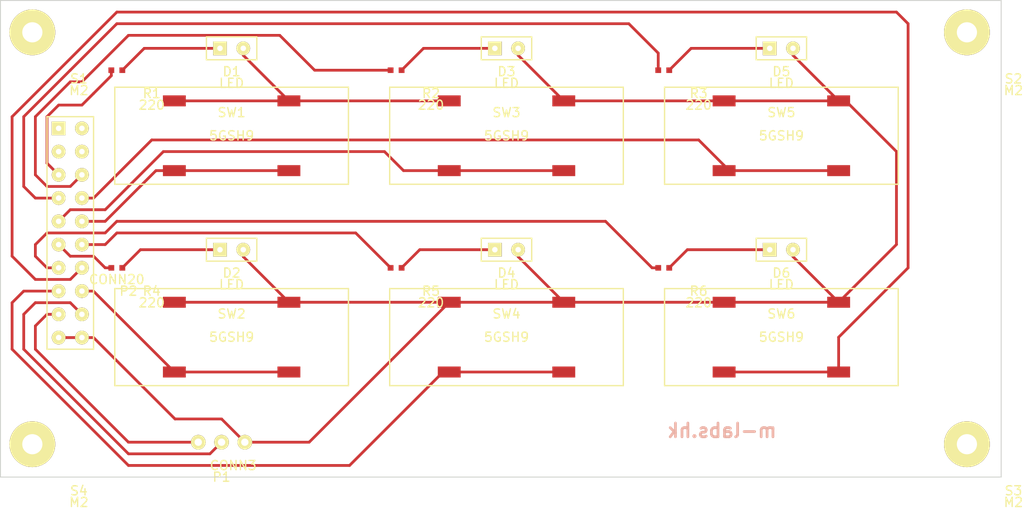
<source format=kicad_pcb>
(kicad_pcb (version 3) (host pcbnew "(2013-may-18)-stable")

  (general
    (links 46)
    (no_connects 1)
    (area 96.469999 96.469999 208.566111 152.225)
    (thickness 1.6)
    (drawings 5)
    (tracks 137)
    (zones 0)
    (modules 24)
    (nets 22)
  )

  (page A3)
  (layers
    (15 F.Cu signal)
    (0 B.Cu signal)
    (16 B.Adhes user)
    (17 F.Adhes user)
    (18 B.Paste user)
    (19 F.Paste user)
    (20 B.SilkS user)
    (21 F.SilkS user)
    (22 B.Mask user)
    (23 F.Mask user)
    (24 Dwgs.User user)
    (25 Cmts.User user)
    (26 Eco1.User user)
    (27 Eco2.User user)
    (28 Edge.Cuts user)
  )

  (setup
    (last_trace_width 0.3)
    (trace_clearance 0.3)
    (zone_clearance 0.508)
    (zone_45_only no)
    (trace_min 0.254)
    (segment_width 0.2)
    (edge_width 0.1)
    (via_size 0.889)
    (via_drill 0.635)
    (via_min_size 0.889)
    (via_min_drill 0.508)
    (uvia_size 0.508)
    (uvia_drill 0.127)
    (uvias_allowed no)
    (uvia_min_size 0.508)
    (uvia_min_drill 0.127)
    (pcb_text_width 0.3)
    (pcb_text_size 1.5 1.5)
    (mod_edge_width 0.15)
    (mod_text_size 1 1)
    (mod_text_width 0.15)
    (pad_size 0.635 0.61)
    (pad_drill 0)
    (pad_to_mask_clearance 0)
    (aux_axis_origin 0 0)
    (visible_elements FFFFFFBF)
    (pcbplotparams
      (layerselection 3178497)
      (usegerberextensions true)
      (excludeedgelayer true)
      (linewidth 0.150000)
      (plotframeref false)
      (viasonmask false)
      (mode 1)
      (useauxorigin false)
      (hpglpennumber 1)
      (hpglpenspeed 20)
      (hpglpendiameter 15)
      (hpglpenoverlay 2)
      (psnegative false)
      (psa4output false)
      (plotreference true)
      (plotvalue true)
      (plotothertext true)
      (plotinvisibletext false)
      (padsonsilk false)
      (subtractmaskfromsilk false)
      (outputformat 1)
      (mirror false)
      (drillshape 1)
      (scaleselection 1)
      (outputdirectory ""))
  )

  (net 0 "")
  (net 1 N-000001)
  (net 2 N-0000014)
  (net 3 N-0000015)
  (net 4 N-0000016)
  (net 5 N-0000017)
  (net 6 N-0000018)
  (net 7 N-0000019)
  (net 8 N-000002)
  (net 9 N-0000020)
  (net 10 N-0000021)
  (net 11 N-0000022)
  (net 12 N-0000023)
  (net 13 N-0000024)
  (net 14 N-0000025)
  (net 15 N-0000026)
  (net 16 N-0000027)
  (net 17 N-0000028)
  (net 18 N-0000029)
  (net 19 N-000003)
  (net 20 N-000004)
  (net 21 N-000005)

  (net_class Default "This is the default net class."
    (clearance 0.3)
    (trace_width 0.3)
    (via_dia 0.889)
    (via_drill 0.635)
    (uvia_dia 0.508)
    (uvia_drill 0.127)
    (add_net "")
    (add_net N-000001)
    (add_net N-0000014)
    (add_net N-0000015)
    (add_net N-0000016)
    (add_net N-0000017)
    (add_net N-0000018)
    (add_net N-0000019)
    (add_net N-000002)
    (add_net N-0000020)
    (add_net N-0000021)
    (add_net N-0000022)
    (add_net N-0000023)
    (add_net N-0000024)
    (add_net N-0000025)
    (add_net N-0000026)
    (add_net N-0000027)
    (add_net N-0000028)
    (add_net N-0000029)
    (add_net N-000003)
    (add_net N-000004)
    (add_net N-000005)
  )

  (module M2 (layer F.Cu) (tedit 5361591D) (tstamp 53626527)
    (at 100 145)
    (path /5362651A)
    (fp_text reference S4 (at 5.08 5.08) (layer F.SilkS)
      (effects (font (size 1 1) (thickness 0.15)))
    )
    (fp_text value M2 (at 5.08 6.35) (layer F.SilkS)
      (effects (font (size 1 1) (thickness 0.15)))
    )
    (pad P thru_hole circle (at 0 0) (size 5 5) (drill 2.2)
      (layers *.Cu *.Mask F.SilkS)
    )
  )

  (module M2 (layer F.Cu) (tedit 5361591D) (tstamp 5362652C)
    (at 202 145)
    (path /5362650B)
    (fp_text reference S3 (at 5.08 5.08) (layer F.SilkS)
      (effects (font (size 1 1) (thickness 0.15)))
    )
    (fp_text value M2 (at 5.08 6.35) (layer F.SilkS)
      (effects (font (size 1 1) (thickness 0.15)))
    )
    (pad P thru_hole circle (at 0 0) (size 5 5) (drill 2.2)
      (layers *.Cu *.Mask F.SilkS)
    )
  )

  (module M2 (layer F.Cu) (tedit 5361591D) (tstamp 53626531)
    (at 202 100)
    (path /536264FC)
    (fp_text reference S2 (at 5.08 5.08) (layer F.SilkS)
      (effects (font (size 1 1) (thickness 0.15)))
    )
    (fp_text value M2 (at 5.08 6.35) (layer F.SilkS)
      (effects (font (size 1 1) (thickness 0.15)))
    )
    (pad P thru_hole circle (at 0 0) (size 5 5) (drill 2.2)
      (layers *.Cu *.Mask F.SilkS)
    )
  )

  (module M2 (layer F.Cu) (tedit 5361591D) (tstamp 53626536)
    (at 100 100)
    (path /536264ED)
    (fp_text reference S1 (at 5.08 5.08) (layer F.SilkS)
      (effects (font (size 1 1) (thickness 0.15)))
    )
    (fp_text value M2 (at 5.08 6.35) (layer F.SilkS)
      (effects (font (size 1 1) (thickness 0.15)))
    )
    (pad P thru_hole circle (at 0 0) (size 5 5) (drill 2.2)
      (layers *.Cu *.Mask F.SilkS)
    )
  )

  (module LED5x2 (layer F.Cu) (tedit 53625B93) (tstamp 53626540)
    (at 121.75 101.75)
    (path /53623E98)
    (fp_text reference D1 (at 0 2.54) (layer F.SilkS)
      (effects (font (size 1 1) (thickness 0.15)))
    )
    (fp_text value LED (at 0 3.81) (layer F.SilkS)
      (effects (font (size 1 1) (thickness 0.15)))
    )
    (fp_line (start -2.75 -1.25) (end 2.75 -1.25) (layer F.SilkS) (width 0.15))
    (fp_line (start 2.75 -1.25) (end 2.75 1.25) (layer F.SilkS) (width 0.15))
    (fp_line (start -2.75 1.25) (end 2.75 1.25) (layer F.SilkS) (width 0.15))
    (fp_line (start -2.75 -1.25) (end -2.75 1.25) (layer F.SilkS) (width 0.15))
    (pad 1 thru_hole rect (at -1.27 0) (size 1.5 1.5) (drill 0.6)
      (layers *.Cu *.Mask F.SilkS)
      (net 14 N-0000025)
    )
    (pad 2 thru_hole circle (at 1.27 0) (size 1.5 1.5) (drill 0.6)
      (layers *.Cu *.Mask F.SilkS)
      (net 18 N-0000029)
    )
  )

  (module LED5x2 (layer F.Cu) (tedit 53625B93) (tstamp 5362654A)
    (at 151.75 101.75)
    (path /53623EA7)
    (fp_text reference D3 (at 0 2.54) (layer F.SilkS)
      (effects (font (size 1 1) (thickness 0.15)))
    )
    (fp_text value LED (at 0 3.81) (layer F.SilkS)
      (effects (font (size 1 1) (thickness 0.15)))
    )
    (fp_line (start -2.75 -1.25) (end 2.75 -1.25) (layer F.SilkS) (width 0.15))
    (fp_line (start 2.75 -1.25) (end 2.75 1.25) (layer F.SilkS) (width 0.15))
    (fp_line (start -2.75 1.25) (end 2.75 1.25) (layer F.SilkS) (width 0.15))
    (fp_line (start -2.75 -1.25) (end -2.75 1.25) (layer F.SilkS) (width 0.15))
    (pad 1 thru_hole rect (at -1.27 0) (size 1.5 1.5) (drill 0.6)
      (layers *.Cu *.Mask F.SilkS)
      (net 5 N-0000017)
    )
    (pad 2 thru_hole circle (at 1.27 0) (size 1.5 1.5) (drill 0.6)
      (layers *.Cu *.Mask F.SilkS)
      (net 18 N-0000029)
    )
  )

  (module LED5x2 (layer F.Cu) (tedit 53625B93) (tstamp 53626554)
    (at 181.75 101.75)
    (path /53623EB6)
    (fp_text reference D5 (at 0 2.54) (layer F.SilkS)
      (effects (font (size 1 1) (thickness 0.15)))
    )
    (fp_text value LED (at 0 3.81) (layer F.SilkS)
      (effects (font (size 1 1) (thickness 0.15)))
    )
    (fp_line (start -2.75 -1.25) (end 2.75 -1.25) (layer F.SilkS) (width 0.15))
    (fp_line (start 2.75 -1.25) (end 2.75 1.25) (layer F.SilkS) (width 0.15))
    (fp_line (start -2.75 1.25) (end 2.75 1.25) (layer F.SilkS) (width 0.15))
    (fp_line (start -2.75 -1.25) (end -2.75 1.25) (layer F.SilkS) (width 0.15))
    (pad 1 thru_hole rect (at -1.27 0) (size 1.5 1.5) (drill 0.6)
      (layers *.Cu *.Mask F.SilkS)
      (net 4 N-0000016)
    )
    (pad 2 thru_hole circle (at 1.27 0) (size 1.5 1.5) (drill 0.6)
      (layers *.Cu *.Mask F.SilkS)
      (net 18 N-0000029)
    )
  )

  (module LED5x2 (layer F.Cu) (tedit 53625B93) (tstamp 5362655E)
    (at 121.75 123.75)
    (path /53623EC5)
    (fp_text reference D2 (at 0 2.54) (layer F.SilkS)
      (effects (font (size 1 1) (thickness 0.15)))
    )
    (fp_text value LED (at 0 3.81) (layer F.SilkS)
      (effects (font (size 1 1) (thickness 0.15)))
    )
    (fp_line (start -2.75 -1.25) (end 2.75 -1.25) (layer F.SilkS) (width 0.15))
    (fp_line (start 2.75 -1.25) (end 2.75 1.25) (layer F.SilkS) (width 0.15))
    (fp_line (start -2.75 1.25) (end 2.75 1.25) (layer F.SilkS) (width 0.15))
    (fp_line (start -2.75 -1.25) (end -2.75 1.25) (layer F.SilkS) (width 0.15))
    (pad 1 thru_hole rect (at -1.27 0) (size 1.5 1.5) (drill 0.6)
      (layers *.Cu *.Mask F.SilkS)
      (net 17 N-0000028)
    )
    (pad 2 thru_hole circle (at 1.27 0) (size 1.5 1.5) (drill 0.6)
      (layers *.Cu *.Mask F.SilkS)
      (net 18 N-0000029)
    )
  )

  (module LED5x2 (layer F.Cu) (tedit 53625B93) (tstamp 53626568)
    (at 151.75 123.75)
    (path /53623ED4)
    (fp_text reference D4 (at 0 2.54) (layer F.SilkS)
      (effects (font (size 1 1) (thickness 0.15)))
    )
    (fp_text value LED (at 0 3.81) (layer F.SilkS)
      (effects (font (size 1 1) (thickness 0.15)))
    )
    (fp_line (start -2.75 -1.25) (end 2.75 -1.25) (layer F.SilkS) (width 0.15))
    (fp_line (start 2.75 -1.25) (end 2.75 1.25) (layer F.SilkS) (width 0.15))
    (fp_line (start -2.75 1.25) (end 2.75 1.25) (layer F.SilkS) (width 0.15))
    (fp_line (start -2.75 -1.25) (end -2.75 1.25) (layer F.SilkS) (width 0.15))
    (pad 1 thru_hole rect (at -1.27 0) (size 1.5 1.5) (drill 0.6)
      (layers *.Cu *.Mask F.SilkS)
      (net 16 N-0000027)
    )
    (pad 2 thru_hole circle (at 1.27 0) (size 1.5 1.5) (drill 0.6)
      (layers *.Cu *.Mask F.SilkS)
      (net 18 N-0000029)
    )
  )

  (module LED5x2 (layer F.Cu) (tedit 53625B93) (tstamp 53626572)
    (at 181.75 123.75)
    (path /53623F71)
    (fp_text reference D6 (at 0 2.54) (layer F.SilkS)
      (effects (font (size 1 1) (thickness 0.15)))
    )
    (fp_text value LED (at 0 3.81) (layer F.SilkS)
      (effects (font (size 1 1) (thickness 0.15)))
    )
    (fp_line (start -2.75 -1.25) (end 2.75 -1.25) (layer F.SilkS) (width 0.15))
    (fp_line (start 2.75 -1.25) (end 2.75 1.25) (layer F.SilkS) (width 0.15))
    (fp_line (start -2.75 1.25) (end 2.75 1.25) (layer F.SilkS) (width 0.15))
    (fp_line (start -2.75 -1.25) (end -2.75 1.25) (layer F.SilkS) (width 0.15))
    (pad 1 thru_hole rect (at -1.27 0) (size 1.5 1.5) (drill 0.6)
      (layers *.Cu *.Mask F.SilkS)
      (net 15 N-0000026)
    )
    (pad 2 thru_hole circle (at 1.27 0) (size 1.5 1.5) (drill 0.6)
      (layers *.Cu *.Mask F.SilkS)
      (net 18 N-0000029)
    )
  )

  (module CONN3 (layer F.Cu) (tedit 536022C0) (tstamp 53626579)
    (at 120.65 144.78)
    (path /53624E9A)
    (fp_text reference P1 (at 0 3.81) (layer F.SilkS)
      (effects (font (size 1 1) (thickness 0.15)))
    )
    (fp_text value CONN3 (at 1.27 2.54) (layer F.SilkS)
      (effects (font (size 1 1) (thickness 0.15)))
    )
    (pad 1 thru_hole circle (at -2.54 0) (size 1.6 1.6) (drill 0.8)
      (layers *.Cu *.Mask F.SilkS)
      (net 20 N-000004)
    )
    (pad 2 thru_hole circle (at 0 0) (size 1.6 1.6) (drill 0.8)
      (layers *.Cu *.Mask F.SilkS)
      (net 21 N-000005)
    )
    (pad 3 thru_hole circle (at 2.54 0) (size 1.6 1.6) (drill 0.8)
      (layers *.Cu *.Mask F.SilkS)
      (net 18 N-0000029)
    )
  )

  (module CONN20 (layer F.Cu) (tedit 53625A20) (tstamp 53626595)
    (at 104.14 121.92)
    (path /5362495D)
    (fp_text reference P2 (at 6.35 6.35) (layer F.SilkS)
      (effects (font (size 1 1) (thickness 0.15)))
    )
    (fp_text value CONN20 (at 5.08 5.08) (layer F.SilkS)
      (effects (font (size 1 1) (thickness 0.15)))
    )
    (fp_line (start -2.54 -12.7) (end 2.54 -12.7) (layer F.SilkS) (width 0.15))
    (fp_line (start 2.54 -12.7) (end 2.54 12.7) (layer F.SilkS) (width 0.15))
    (fp_line (start 2.54 12.7) (end -2.54 12.7) (layer F.SilkS) (width 0.15))
    (fp_line (start -2.54 12.7) (end -2.54 -12.7) (layer F.SilkS) (width 0.15))
    (pad 1 thru_hole rect (at -1.27 -11.43) (size 1.5 1.5) (drill 0.6)
      (layers *.Cu *.Mask F.SilkS)
    )
    (pad 2 thru_hole circle (at 1.27 -11.43) (size 1.5 1.5) (drill 0.6)
      (layers *.Cu *.Mask F.SilkS)
    )
    (pad 3 thru_hole circle (at -1.27 -8.89) (size 1.5 1.5) (drill 0.6)
      (layers *.Cu *.Mask F.SilkS)
    )
    (pad 4 thru_hole circle (at 1.27 -8.89) (size 1.5 1.5) (drill 0.6)
      (layers *.Cu *.Mask F.SilkS)
    )
    (pad 5 thru_hole circle (at -1.27 -6.35) (size 1.5 1.5) (drill 0.6)
      (layers *.Cu *.Mask F.SilkS)
      (net 6 N-0000018)
    )
    (pad 6 thru_hole circle (at 1.27 -6.35) (size 1.5 1.5) (drill 0.6)
      (layers *.Cu *.Mask F.SilkS)
      (net 11 N-0000022)
    )
    (pad 7 thru_hole circle (at -1.27 -3.81) (size 1.5 1.5) (drill 0.6)
      (layers *.Cu *.Mask F.SilkS)
      (net 12 N-0000023)
    )
    (pad 8 thru_hole circle (at 1.27 -3.81) (size 1.5 1.5) (drill 0.6)
      (layers *.Cu *.Mask F.SilkS)
      (net 2 N-0000014)
    )
    (pad 9 thru_hole circle (at -1.27 -1.27) (size 1.5 1.5) (drill 0.6)
      (layers *.Cu *.Mask F.SilkS)
      (net 10 N-0000021)
    )
    (pad 10 thru_hole circle (at 1.27 -1.27) (size 1.5 1.5) (drill 0.6)
      (layers *.Cu *.Mask F.SilkS)
      (net 3 N-0000015)
    )
    (pad 11 thru_hole circle (at -1.27 1.27) (size 1.5 1.5) (drill 0.6)
      (layers *.Cu *.Mask F.SilkS)
      (net 13 N-0000024)
    )
    (pad 12 thru_hole circle (at 1.27 1.27) (size 1.5 1.5) (drill 0.6)
      (layers *.Cu *.Mask F.SilkS)
      (net 1 N-000001)
    )
    (pad 13 thru_hole circle (at -1.27 3.81) (size 1.5 1.5) (drill 0.6)
      (layers *.Cu *.Mask F.SilkS)
      (net 8 N-000002)
    )
    (pad 14 thru_hole circle (at 1.27 3.81) (size 1.5 1.5) (drill 0.6)
      (layers *.Cu *.Mask F.SilkS)
      (net 19 N-000003)
    )
    (pad 15 thru_hole circle (at -1.27 6.35) (size 1.5 1.5) (drill 0.6)
      (layers *.Cu *.Mask F.SilkS)
      (net 9 N-0000020)
    )
    (pad 16 thru_hole circle (at 1.27 6.35) (size 1.5 1.5) (drill 0.6)
      (layers *.Cu *.Mask F.SilkS)
      (net 7 N-0000019)
    )
    (pad 17 thru_hole circle (at -1.27 8.89) (size 1.5 1.5) (drill 0.6)
      (layers *.Cu *.Mask F.SilkS)
      (net 20 N-000004)
    )
    (pad 18 thru_hole circle (at 1.27 8.89) (size 1.5 1.5) (drill 0.6)
      (layers *.Cu *.Mask F.SilkS)
      (net 21 N-000005)
    )
    (pad 19 thru_hole circle (at -1.27 11.43) (size 1.5 1.5) (drill 0.6)
      (layers *.Cu *.Mask F.SilkS)
      (net 18 N-0000029)
    )
    (pad 20 thru_hole circle (at 1.27 11.43) (size 1.5 1.5) (drill 0.6)
      (layers *.Cu *.Mask F.SilkS)
      (net 18 N-0000029)
    )
  )

  (module 5GSH9   placed (layer F.Cu) (tedit 535FE2C5) (tstamp 536265A1)
    (at 151.75 111.3)
    (path /53623D3D)
    (fp_text reference SW3 (at 0 -2.54) (layer F.SilkS)
      (effects (font (size 1 1) (thickness 0.15)))
    )
    (fp_text value 5GSH9 (at 0 0) (layer F.SilkS)
      (effects (font (size 1 1) (thickness 0.15)))
    )
    (fp_line (start -12.75 -5.3) (end 12.75 -5.3) (layer F.SilkS) (width 0.15))
    (fp_line (start 12.75 -5.3) (end 12.75 5.3) (layer F.SilkS) (width 0.15))
    (fp_line (start -12.75 5.3) (end 12.75 5.3) (layer F.SilkS) (width 0.15))
    (fp_line (start -12.75 -5.3) (end -12.75 5.3) (layer F.SilkS) (width 0.15))
    (pad 2 smd rect (at -6.25 -3.81) (size 2.5 1.2)
      (layers F.Cu F.Paste F.Mask)
      (net 18 N-0000029)
    )
    (pad 1 smd rect (at 6.25 -3.81) (size 2.5 1.2)
      (layers F.Cu F.Paste F.Mask)
      (net 18 N-0000029)
    )
    (pad 4 smd rect (at -6.25 3.81) (size 2.5 1.2)
      (layers F.Cu F.Paste F.Mask)
      (net 10 N-0000021)
    )
    (pad 3 smd rect (at 6.25 3.81) (size 2.5 1.2)
      (layers F.Cu F.Paste F.Mask)
      (net 10 N-0000021)
    )
  )

  (module 5GSH9 (layer F.Cu) (tedit 535FE2C5) (tstamp 536265AD)
    (at 181.75 133.3)
    (path /53623D79)
    (fp_text reference SW6 (at 0 -2.54) (layer F.SilkS)
      (effects (font (size 1 1) (thickness 0.15)))
    )
    (fp_text value 5GSH9 (at 0 0) (layer F.SilkS)
      (effects (font (size 1 1) (thickness 0.15)))
    )
    (fp_line (start -12.75 -5.3) (end 12.75 -5.3) (layer F.SilkS) (width 0.15))
    (fp_line (start 12.75 -5.3) (end 12.75 5.3) (layer F.SilkS) (width 0.15))
    (fp_line (start -12.75 5.3) (end 12.75 5.3) (layer F.SilkS) (width 0.15))
    (fp_line (start -12.75 -5.3) (end -12.75 5.3) (layer F.SilkS) (width 0.15))
    (pad 2 smd rect (at -6.25 -3.81) (size 2.5 1.2)
      (layers F.Cu F.Paste F.Mask)
      (net 18 N-0000029)
    )
    (pad 1 smd rect (at 6.25 -3.81) (size 2.5 1.2)
      (layers F.Cu F.Paste F.Mask)
      (net 18 N-0000029)
    )
    (pad 4 smd rect (at -6.25 3.81) (size 2.5 1.2)
      (layers F.Cu F.Paste F.Mask)
      (net 19 N-000003)
    )
    (pad 3 smd rect (at 6.25 3.81) (size 2.5 1.2)
      (layers F.Cu F.Paste F.Mask)
      (net 19 N-000003)
    )
  )

  (module 5GSH9 (layer F.Cu) (tedit 535FE2C5) (tstamp 536265B9)
    (at 151.75 133.3)
    (path /53623D6A)
    (fp_text reference SW4 (at 0 -2.54) (layer F.SilkS)
      (effects (font (size 1 1) (thickness 0.15)))
    )
    (fp_text value 5GSH9 (at 0 0) (layer F.SilkS)
      (effects (font (size 1 1) (thickness 0.15)))
    )
    (fp_line (start -12.75 -5.3) (end 12.75 -5.3) (layer F.SilkS) (width 0.15))
    (fp_line (start 12.75 -5.3) (end 12.75 5.3) (layer F.SilkS) (width 0.15))
    (fp_line (start -12.75 5.3) (end 12.75 5.3) (layer F.SilkS) (width 0.15))
    (fp_line (start -12.75 -5.3) (end -12.75 5.3) (layer F.SilkS) (width 0.15))
    (pad 2 smd rect (at -6.25 -3.81) (size 2.5 1.2)
      (layers F.Cu F.Paste F.Mask)
      (net 18 N-0000029)
    )
    (pad 1 smd rect (at 6.25 -3.81) (size 2.5 1.2)
      (layers F.Cu F.Paste F.Mask)
      (net 18 N-0000029)
    )
    (pad 4 smd rect (at -6.25 3.81) (size 2.5 1.2)
      (layers F.Cu F.Paste F.Mask)
      (net 9 N-0000020)
    )
    (pad 3 smd rect (at 6.25 3.81) (size 2.5 1.2)
      (layers F.Cu F.Paste F.Mask)
      (net 9 N-0000020)
    )
  )

  (module 5GSH9 (layer F.Cu) (tedit 535FE2C5) (tstamp 536265C5)
    (at 121.75 133.3)
    (path /53623D5B)
    (fp_text reference SW2 (at 0 -2.54) (layer F.SilkS)
      (effects (font (size 1 1) (thickness 0.15)))
    )
    (fp_text value 5GSH9 (at 0 0) (layer F.SilkS)
      (effects (font (size 1 1) (thickness 0.15)))
    )
    (fp_line (start -12.75 -5.3) (end 12.75 -5.3) (layer F.SilkS) (width 0.15))
    (fp_line (start 12.75 -5.3) (end 12.75 5.3) (layer F.SilkS) (width 0.15))
    (fp_line (start -12.75 5.3) (end 12.75 5.3) (layer F.SilkS) (width 0.15))
    (fp_line (start -12.75 -5.3) (end -12.75 5.3) (layer F.SilkS) (width 0.15))
    (pad 2 smd rect (at -6.25 -3.81) (size 2.5 1.2)
      (layers F.Cu F.Paste F.Mask)
      (net 18 N-0000029)
    )
    (pad 1 smd rect (at 6.25 -3.81) (size 2.5 1.2)
      (layers F.Cu F.Paste F.Mask)
      (net 18 N-0000029)
    )
    (pad 4 smd rect (at -6.25 3.81) (size 2.5 1.2)
      (layers F.Cu F.Paste F.Mask)
      (net 7 N-0000019)
    )
    (pad 3 smd rect (at 6.25 3.81) (size 2.5 1.2)
      (layers F.Cu F.Paste F.Mask)
      (net 7 N-0000019)
    )
  )

  (module 5GSH9 (layer F.Cu) (tedit 535FE2C5) (tstamp 536265D1)
    (at 181.75 111.3)
    (path /53623D4C)
    (fp_text reference SW5 (at 0 -2.54) (layer F.SilkS)
      (effects (font (size 1 1) (thickness 0.15)))
    )
    (fp_text value 5GSH9 (at 0 0) (layer F.SilkS)
      (effects (font (size 1 1) (thickness 0.15)))
    )
    (fp_line (start -12.75 -5.3) (end 12.75 -5.3) (layer F.SilkS) (width 0.15))
    (fp_line (start 12.75 -5.3) (end 12.75 5.3) (layer F.SilkS) (width 0.15))
    (fp_line (start -12.75 5.3) (end 12.75 5.3) (layer F.SilkS) (width 0.15))
    (fp_line (start -12.75 -5.3) (end -12.75 5.3) (layer F.SilkS) (width 0.15))
    (pad 2 smd rect (at -6.25 -3.81) (size 2.5 1.2)
      (layers F.Cu F.Paste F.Mask)
      (net 18 N-0000029)
    )
    (pad 1 smd rect (at 6.25 -3.81) (size 2.5 1.2)
      (layers F.Cu F.Paste F.Mask)
      (net 18 N-0000029)
    )
    (pad 4 smd rect (at -6.25 3.81) (size 2.5 1.2)
      (layers F.Cu F.Paste F.Mask)
      (net 2 N-0000014)
    )
    (pad 3 smd rect (at 6.25 3.81) (size 2.5 1.2)
      (layers F.Cu F.Paste F.Mask)
      (net 2 N-0000014)
    )
  )

  (module 5GSH9 (layer F.Cu) (tedit 535FE2C5) (tstamp 536265DD)
    (at 121.75 111.3)
    (path /53623D2E)
    (fp_text reference SW1 (at 0 -2.54) (layer F.SilkS)
      (effects (font (size 1 1) (thickness 0.15)))
    )
    (fp_text value 5GSH9 (at 0 0) (layer F.SilkS)
      (effects (font (size 1 1) (thickness 0.15)))
    )
    (fp_line (start -12.75 -5.3) (end 12.75 -5.3) (layer F.SilkS) (width 0.15))
    (fp_line (start 12.75 -5.3) (end 12.75 5.3) (layer F.SilkS) (width 0.15))
    (fp_line (start -12.75 5.3) (end 12.75 5.3) (layer F.SilkS) (width 0.15))
    (fp_line (start -12.75 -5.3) (end -12.75 5.3) (layer F.SilkS) (width 0.15))
    (pad 2 smd rect (at -6.25 -3.81) (size 2.5 1.2)
      (layers F.Cu F.Paste F.Mask)
      (net 18 N-0000029)
    )
    (pad 1 smd rect (at 6.25 -3.81) (size 2.5 1.2)
      (layers F.Cu F.Paste F.Mask)
      (net 18 N-0000029)
    )
    (pad 4 smd rect (at -6.25 3.81) (size 2.5 1.2)
      (layers F.Cu F.Paste F.Mask)
      (net 3 N-0000015)
    )
    (pad 3 smd rect (at 6.25 3.81) (size 2.5 1.2)
      (layers F.Cu F.Paste F.Mask)
      (net 3 N-0000015)
    )
  )

  (module 0402 (layer F.Cu) (tedit 53626440) (tstamp 536265E3)
    (at 139.7 104.14)
    (path /53624221)
    (fp_text reference R2 (at 3.81 2.54) (layer F.SilkS)
      (effects (font (size 1 1) (thickness 0.15)))
    )
    (fp_text value 220 (at 3.81 3.81) (layer F.SilkS)
      (effects (font (size 1 1) (thickness 0.15)))
    )
    (pad 1 smd rect (at -0.6 0) (size 0.635 0.61)
      (layers F.Cu F.Paste F.Mask)
      (net 11 N-0000022)
    )
    (pad 2 smd rect (at 0.6 0) (size 0.635 0.61)
      (layers F.Cu F.Paste F.Mask)
      (net 5 N-0000017)
    )
  )

  (module 0402 (layer F.Cu) (tedit 53626440) (tstamp 536265E9)
    (at 109.22 104.14)
    (path /53624230)
    (fp_text reference R1 (at 3.81 2.54) (layer F.SilkS)
      (effects (font (size 1 1) (thickness 0.15)))
    )
    (fp_text value 220 (at 3.81 3.81) (layer F.SilkS)
      (effects (font (size 1 1) (thickness 0.15)))
    )
    (pad 1 smd rect (at -0.6 0) (size 0.635 0.61)
      (layers F.Cu F.Paste F.Mask)
      (net 6 N-0000018)
    )
    (pad 2 smd rect (at 0.6 0) (size 0.635 0.61)
      (layers F.Cu F.Paste F.Mask)
      (net 14 N-0000025)
    )
  )

  (module 0402 (layer F.Cu) (tedit 53626440) (tstamp 536265EF)
    (at 168.91 125.73)
    (path /5362423F)
    (fp_text reference R6 (at 3.81 2.54) (layer F.SilkS)
      (effects (font (size 1 1) (thickness 0.15)))
    )
    (fp_text value 220 (at 3.81 3.81) (layer F.SilkS)
      (effects (font (size 1 1) (thickness 0.15)))
    )
    (pad 1 smd rect (at -0.6 0) (size 0.635 0.61)
      (layers F.Cu F.Paste F.Mask)
      (net 8 N-000002)
    )
    (pad 2 smd rect (at 0.6 0) (size 0.635 0.61)
      (layers F.Cu F.Paste F.Mask)
      (net 15 N-0000026)
    )
  )

  (module 0402 (layer F.Cu) (tedit 53626440) (tstamp 536265F5)
    (at 139.7 125.73)
    (path /5362424E)
    (fp_text reference R5 (at 3.81 2.54) (layer F.SilkS)
      (effects (font (size 1 1) (thickness 0.15)))
    )
    (fp_text value 220 (at 3.81 3.81) (layer F.SilkS)
      (effects (font (size 1 1) (thickness 0.15)))
    )
    (pad 1 smd rect (at -0.6 0) (size 0.635 0.61)
      (layers F.Cu F.Paste F.Mask)
      (net 1 N-000001)
    )
    (pad 2 smd rect (at 0.6 0) (size 0.635 0.61)
      (layers F.Cu F.Paste F.Mask)
      (net 16 N-0000027)
    )
  )

  (module 0402 (layer F.Cu) (tedit 53626440) (tstamp 536265FB)
    (at 109.22 125.73)
    (path /5362425D)
    (fp_text reference R4 (at 3.81 2.54) (layer F.SilkS)
      (effects (font (size 1 1) (thickness 0.15)))
    )
    (fp_text value 220 (at 3.81 3.81) (layer F.SilkS)
      (effects (font (size 1 1) (thickness 0.15)))
    )
    (pad 1 smd rect (at -0.6 0) (size 0.635 0.61)
      (layers F.Cu F.Paste F.Mask)
      (net 13 N-0000024)
    )
    (pad 2 smd rect (at 0.6 0) (size 0.635 0.61)
      (layers F.Cu F.Paste F.Mask)
      (net 17 N-0000028)
    )
  )

  (module 0402 (layer F.Cu) (tedit 53626440) (tstamp 53626601)
    (at 168.91 104.14)
    (path /53624206)
    (fp_text reference R3 (at 3.81 2.54) (layer F.SilkS)
      (effects (font (size 1 1) (thickness 0.15)))
    )
    (fp_text value 220 (at 3.81 3.81) (layer F.SilkS)
      (effects (font (size 1 1) (thickness 0.15)))
    )
    (pad 1 smd rect (at -0.6 0) (size 0.635 0.61)
      (layers F.Cu F.Paste F.Mask)
      (net 12 N-0000023)
    )
    (pad 2 smd rect (at 0.6 0) (size 0.635 0.61)
      (layers F.Cu F.Paste F.Mask)
      (net 4 N-0000016)
    )
  )

  (gr_text m-labs.hk (at 175.26 143.51) (layer B.SilkS)
    (effects (font (size 1.5 1.5) (thickness 0.3)) (justify mirror))
  )
  (gr_line (start 96.52 148.59) (end 96.52 96.52) (angle 90) (layer Edge.Cuts) (width 0.1))
  (gr_line (start 205.74 148.59) (end 96.52 148.59) (angle 90) (layer Edge.Cuts) (width 0.1))
  (gr_line (start 205.74 96.52) (end 205.74 148.59) (angle 90) (layer Edge.Cuts) (width 0.1))
  (gr_line (start 96.52 96.52) (end 205.74 96.52) (angle 90) (layer Edge.Cuts) (width 0.1))

  (segment (start 105.41 123.19) (end 107.95 123.19) (width 0.3) (layer F.Cu) (net 1) (status 10))
  (segment (start 135.29 121.92) (end 139.1 125.73) (width 0.3) (layer F.Cu) (net 1) (tstamp 536297FF))
  (segment (start 109.22 121.92) (end 135.29 121.92) (width 0.3) (layer F.Cu) (net 1) (tstamp 536297FD))
  (segment (start 107.95 123.19) (end 109.22 121.92) (width 0.3) (layer F.Cu) (net 1) (tstamp 536297F7))
  (segment (start 175.5 115.11) (end 175.5 114.54) (width 0.3) (layer F.Cu) (net 2))
  (segment (start 106.68 118.11) (end 105.41 118.11) (width 0.3) (layer F.Cu) (net 2) (tstamp 53629745) (status 20))
  (segment (start 113.03 111.76) (end 106.68 118.11) (width 0.3) (layer F.Cu) (net 2) (tstamp 53629741))
  (segment (start 172.72 111.76) (end 113.03 111.76) (width 0.3) (layer F.Cu) (net 2) (tstamp 5362973C))
  (segment (start 175.5 114.54) (end 172.72 111.76) (width 0.3) (layer F.Cu) (net 2) (tstamp 53629739))
  (segment (start 175.5 115.11) (end 188 115.11) (width 0.3) (layer F.Cu) (net 2))
  (segment (start 115.5 115.11) (end 113.49 115.11) (width 0.3) (layer F.Cu) (net 3))
  (segment (start 107.95 120.65) (end 105.41 120.65) (width 0.3) (layer F.Cu) (net 3) (tstamp 5362974E) (status 20))
  (segment (start 113.49 115.11) (end 107.95 120.65) (width 0.3) (layer F.Cu) (net 3) (tstamp 5362974A))
  (segment (start 128 115.11) (end 115.5 115.11) (width 0.3) (layer F.Cu) (net 3))
  (segment (start 180.48 101.75) (end 171.9 101.75) (width 0.3) (layer F.Cu) (net 4))
  (segment (start 171.9 101.75) (end 169.51 104.14) (width 0.3) (layer F.Cu) (net 4) (tstamp 5362865E))
  (segment (start 150.48 101.75) (end 142.69 101.75) (width 0.3) (layer F.Cu) (net 5))
  (segment (start 142.69 101.75) (end 140.3 104.14) (width 0.3) (layer F.Cu) (net 5) (tstamp 53628663))
  (segment (start 102.87 115.57) (end 101.6 114.3) (width 0.3) (layer F.Cu) (net 6))
  (segment (start 108.62 104.74) (end 106.68 106.68) (width 0.3) (layer F.Cu) (net 6) (tstamp 53628805))
  (segment (start 108.62 104.74) (end 108.62 104.14) (width 0.3) (layer F.Cu) (net 6))
  (segment (start 106.68 106.68) (end 105.41 107.95) (width 0.3) (layer F.Cu) (net 6))
  (segment (start 102.87 107.95) (end 105.41 107.95) (width 0.3) (layer F.Cu) (net 6) (tstamp 53629B69))
  (segment (start 101.6 109.22) (end 102.87 107.95) (width 0.3) (layer F.Cu) (net 6) (tstamp 53629B67))
  (segment (start 101.6 114.3) (end 101.6 109.22) (width 0.3) (layer F.Cu) (net 6) (tstamp 53629B66))
  (segment (start 105.41 128.27) (end 106.66 128.27) (width 0.3) (layer F.Cu) (net 7) (status 10))
  (segment (start 106.66 128.27) (end 115.5 137.11) (width 0.3) (layer F.Cu) (net 7) (tstamp 5362995D))
  (segment (start 128 137.11) (end 115.5 137.11) (width 0.3) (layer F.Cu) (net 7))
  (segment (start 107.95 121.92) (end 101.6 121.92) (width 0.3) (layer F.Cu) (net 8))
  (segment (start 167.64 125.73) (end 162.56 120.65) (width 0.3) (layer F.Cu) (net 8) (tstamp 53629802))
  (segment (start 162.56 120.65) (end 109.22 120.65) (width 0.3) (layer F.Cu) (net 8) (tstamp 5362983C))
  (segment (start 109.22 120.65) (end 107.95 121.92) (width 0.3) (layer F.Cu) (net 8) (tstamp 53629843))
  (segment (start 168.31 125.73) (end 167.64 125.73) (width 0.3) (layer F.Cu) (net 8))
  (segment (start 101.6 125.73) (end 102.87 125.73) (width 0.3) (layer F.Cu) (net 8) (tstamp 5362A015))
  (segment (start 100.33 124.46) (end 101.6 125.73) (width 0.3) (layer F.Cu) (net 8) (tstamp 5362A014))
  (segment (start 100.33 123.19) (end 100.33 124.46) (width 0.3) (layer F.Cu) (net 8) (tstamp 5362A011))
  (segment (start 101.6 121.92) (end 100.33 123.19) (width 0.3) (layer F.Cu) (net 8) (tstamp 5362A00F))
  (segment (start 145.5 137.11) (end 144.83 137.11) (width 0.3) (layer F.Cu) (net 9))
  (segment (start 99.06 128.27) (end 102.87 128.27) (width 0.3) (layer F.Cu) (net 9) (tstamp 5362992F) (status 20))
  (segment (start 97.79 129.54) (end 99.06 128.27) (width 0.3) (layer F.Cu) (net 9) (tstamp 5362992D))
  (segment (start 97.79 134.62) (end 97.79 129.54) (width 0.3) (layer F.Cu) (net 9) (tstamp 5362992B))
  (segment (start 110.49 147.32) (end 97.79 134.62) (width 0.3) (layer F.Cu) (net 9) (tstamp 53629929))
  (segment (start 134.62 147.32) (end 110.49 147.32) (width 0.3) (layer F.Cu) (net 9) (tstamp 53629925))
  (segment (start 144.83 137.11) (end 134.62 147.32) (width 0.3) (layer F.Cu) (net 9) (tstamp 5362991F))
  (segment (start 158 137.11) (end 145.5 137.11) (width 0.3) (layer F.Cu) (net 9))
  (segment (start 107.95 119.38) (end 104.14 119.38) (width 0.3) (layer F.Cu) (net 10))
  (segment (start 145.5 115.11) (end 140.51 115.11) (width 0.3) (layer F.Cu) (net 10))
  (segment (start 114.3 113.03) (end 107.95 119.38) (width 0.3) (layer F.Cu) (net 10) (tstamp 53629758))
  (segment (start 138.43 113.03) (end 114.3 113.03) (width 0.3) (layer F.Cu) (net 10) (tstamp 53629756))
  (segment (start 140.51 115.11) (end 138.43 113.03) (width 0.3) (layer F.Cu) (net 10) (tstamp 53629753))
  (segment (start 104.14 119.38) (end 102.87 120.65) (width 0.3) (layer F.Cu) (net 10) (tstamp 5362A000))
  (segment (start 145.5 115.11) (end 158 115.11) (width 0.3) (layer F.Cu) (net 10))
  (segment (start 105.41 105.41) (end 104.14 105.41) (width 0.3) (layer F.Cu) (net 11))
  (segment (start 110.49 100.33) (end 105.41 105.41) (width 0.3) (layer F.Cu) (net 11) (tstamp 53628854))
  (segment (start 127 100.33) (end 110.49 100.33) (width 0.3) (layer F.Cu) (net 11) (tstamp 53628851))
  (segment (start 130.81 104.14) (end 127 100.33) (width 0.3) (layer F.Cu) (net 11) (tstamp 5362884E))
  (segment (start 139.1 104.14) (end 130.81 104.14) (width 0.3) (layer F.Cu) (net 11))
  (segment (start 104.14 116.84) (end 105.41 115.57) (width 0.3) (layer F.Cu) (net 11) (tstamp 53629B79))
  (segment (start 101.6 116.84) (end 104.14 116.84) (width 0.3) (layer F.Cu) (net 11) (tstamp 53629B77))
  (segment (start 100.33 115.57) (end 101.6 116.84) (width 0.3) (layer F.Cu) (net 11) (tstamp 53629B75))
  (segment (start 100.33 109.22) (end 100.33 115.57) (width 0.3) (layer F.Cu) (net 11) (tstamp 53629B73))
  (segment (start 104.14 105.41) (end 100.33 109.22) (width 0.3) (layer F.Cu) (net 11) (tstamp 53629B70))
  (segment (start 99.06 109.22) (end 104.14 104.14) (width 0.3) (layer F.Cu) (net 12))
  (segment (start 99.06 109.22) (end 99.06 116.84) (width 0.3) (layer F.Cu) (net 12) (tstamp 53629FE6))
  (segment (start 168.31 102.27) (end 165.1 99.06) (width 0.3) (layer F.Cu) (net 12) (tstamp 53628888))
  (segment (start 168.31 104.14) (end 168.31 102.27) (width 0.3) (layer F.Cu) (net 12))
  (segment (start 109.22 99.06) (end 104.14 104.14) (width 0.3) (layer F.Cu) (net 12) (tstamp 53628890))
  (segment (start 165.1 99.06) (end 109.22 99.06) (width 0.3) (layer F.Cu) (net 12) (tstamp 5362888B))
  (segment (start 100.33 118.11) (end 102.87 118.11) (width 0.3) (layer F.Cu) (net 12) (tstamp 53629B0A))
  (segment (start 99.06 116.84) (end 100.33 118.11) (width 0.3) (layer F.Cu) (net 12) (tstamp 53629B08))
  (segment (start 102.87 123.19) (end 104.14 124.46) (width 0.3) (layer F.Cu) (net 13))
  (segment (start 106.68 124.46) (end 107.95 125.73) (width 0.3) (layer F.Cu) (net 13) (tstamp 536297EE))
  (segment (start 107.95 125.73) (end 108.62 125.73) (width 0.3) (layer F.Cu) (net 13) (tstamp 536297EF))
  (segment (start 104.14 124.46) (end 106.68 124.46) (width 0.3) (layer F.Cu) (net 13) (tstamp 5362A01D))
  (segment (start 120.48 101.75) (end 112.21 101.75) (width 0.3) (layer F.Cu) (net 14))
  (segment (start 112.21 101.75) (end 109.82 104.14) (width 0.3) (layer F.Cu) (net 14) (tstamp 5362866A))
  (segment (start 180.48 123.75) (end 171.49 123.75) (width 0.3) (layer F.Cu) (net 15))
  (segment (start 171.49 123.75) (end 169.51 125.73) (width 0.3) (layer F.Cu) (net 15) (tstamp 53628656))
  (segment (start 150.48 123.75) (end 142.28 123.75) (width 0.3) (layer F.Cu) (net 16))
  (segment (start 142.28 123.75) (end 140.3 125.73) (width 0.3) (layer F.Cu) (net 16) (tstamp 5362866D))
  (segment (start 120.48 123.75) (end 111.8 123.75) (width 0.3) (layer F.Cu) (net 17))
  (segment (start 111.8 123.75) (end 109.82 125.73) (width 0.3) (layer F.Cu) (net 17) (tstamp 53628670))
  (segment (start 105.41 133.35) (end 106.68 133.35) (width 0.3) (layer F.Cu) (net 18))
  (segment (start 120.65 142.24) (end 123.19 144.78) (width 0.3) (layer F.Cu) (net 18) (tstamp 5362A05B))
  (segment (start 115.57 142.24) (end 120.65 142.24) (width 0.3) (layer F.Cu) (net 18) (tstamp 5362A059))
  (segment (start 106.68 133.35) (end 115.57 142.24) (width 0.3) (layer F.Cu) (net 18) (tstamp 5362A052))
  (segment (start 102.87 133.35) (end 105.41 133.35) (width 0.3) (layer F.Cu) (net 18) (status 30))
  (segment (start 128 107.49) (end 115.5 107.49) (width 0.3) (layer F.Cu) (net 18))
  (segment (start 145.5 107.49) (end 128 107.49) (width 0.3) (layer F.Cu) (net 18))
  (segment (start 175.5 107.49) (end 158 107.49) (width 0.3) (layer F.Cu) (net 18))
  (segment (start 188 107.49) (end 175.5 107.49) (width 0.3) (layer F.Cu) (net 18))
  (segment (start 175.5 129.49) (end 188 129.49) (width 0.3) (layer F.Cu) (net 18))
  (segment (start 158 129.49) (end 175.5 129.49) (width 0.3) (layer F.Cu) (net 18))
  (segment (start 145.5 129.49) (end 158 129.49) (width 0.3) (layer F.Cu) (net 18))
  (segment (start 128 129.49) (end 145.5 129.49) (width 0.3) (layer F.Cu) (net 18))
  (segment (start 115.5 129.49) (end 128 129.49) (width 0.3) (layer F.Cu) (net 18))
  (segment (start 123.02 123.75) (end 123.02 124.51) (width 0.3) (layer F.Cu) (net 18))
  (segment (start 123.02 124.51) (end 128 129.49) (width 0.3) (layer F.Cu) (net 18) (tstamp 53628769))
  (segment (start 123.19 144.78) (end 130.21 144.78) (width 0.3) (layer F.Cu) (net 18))
  (segment (start 130.21 144.78) (end 145.5 129.49) (width 0.3) (layer F.Cu) (net 18) (tstamp 536286F5))
  (segment (start 188 107.49) (end 188.77 107.49) (width 0.3) (layer F.Cu) (net 18))
  (segment (start 188.77 107.49) (end 194.31 113.03) (width 0.3) (layer F.Cu) (net 18) (tstamp 536286DF))
  (segment (start 194.31 113.03) (end 194.31 123.18) (width 0.3) (layer F.Cu) (net 18) (tstamp 536286E2))
  (segment (start 194.31 123.18) (end 188 129.49) (width 0.3) (layer F.Cu) (net 18) (tstamp 536286E4))
  (segment (start 183.02 123.75) (end 183.02 124.51) (width 0.3) (layer F.Cu) (net 18))
  (segment (start 183.02 124.51) (end 188 129.49) (width 0.3) (layer F.Cu) (net 18) (tstamp 536286A2))
  (segment (start 153.02 123.75) (end 153.02 124.51) (width 0.3) (layer F.Cu) (net 18))
  (segment (start 153.02 124.51) (end 158 129.49) (width 0.3) (layer F.Cu) (net 18) (tstamp 5362869F))
  (segment (start 123.02 101.75) (end 123.02 102.51) (width 0.3) (layer F.Cu) (net 18))
  (segment (start 123.02 102.51) (end 128 107.49) (width 0.3) (layer F.Cu) (net 18) (tstamp 5362868C))
  (segment (start 153.02 101.75) (end 153.02 102.51) (width 0.3) (layer F.Cu) (net 18))
  (segment (start 153.02 102.51) (end 158 107.49) (width 0.3) (layer F.Cu) (net 18) (tstamp 5362868A))
  (segment (start 183.02 101.75) (end 183.02 102.51) (width 0.3) (layer F.Cu) (net 18))
  (segment (start 183.02 102.51) (end 188 107.49) (width 0.3) (layer F.Cu) (net 18) (tstamp 5362867A))
  (segment (start 188 137.11) (end 188 133.31) (width 0.3) (layer F.Cu) (net 19))
  (segment (start 104.14 127) (end 105.41 125.73) (width 0.3) (layer F.Cu) (net 19) (tstamp 5362A078))
  (segment (start 100.33 127) (end 104.14 127) (width 0.3) (layer F.Cu) (net 19) (tstamp 5362A076))
  (segment (start 97.79 124.46) (end 100.33 127) (width 0.3) (layer F.Cu) (net 19) (tstamp 5362A074))
  (segment (start 97.79 109.22) (end 97.79 124.46) (width 0.3) (layer F.Cu) (net 19) (tstamp 5362A06F))
  (segment (start 109.22 97.79) (end 97.79 109.22) (width 0.3) (layer F.Cu) (net 19) (tstamp 5362A06C))
  (segment (start 194.31 97.79) (end 109.22 97.79) (width 0.3) (layer F.Cu) (net 19) (tstamp 5362A069))
  (segment (start 195.58 99.06) (end 194.31 97.79) (width 0.3) (layer F.Cu) (net 19) (tstamp 5362A067))
  (segment (start 195.58 125.73) (end 195.58 99.06) (width 0.3) (layer F.Cu) (net 19) (tstamp 5362A065))
  (segment (start 188 133.31) (end 195.58 125.73) (width 0.3) (layer F.Cu) (net 19) (tstamp 5362A060))
  (segment (start 188 137.11) (end 175.5 137.11) (width 0.3) (layer F.Cu) (net 19))
  (segment (start 100.33 132.08) (end 101.6 130.81) (width 0.3) (layer F.Cu) (net 20))
  (segment (start 110.49 144.78) (end 100.33 134.62) (width 0.3) (layer F.Cu) (net 20) (tstamp 53628981))
  (segment (start 100.33 134.62) (end 100.33 132.08) (width 0.3) (layer F.Cu) (net 20) (tstamp 53628985))
  (segment (start 118.11 144.78) (end 110.49 144.78) (width 0.3) (layer F.Cu) (net 20))
  (segment (start 101.6 130.81) (end 102.87 130.81) (width 0.3) (layer F.Cu) (net 20) (tstamp 5362A046))
  (segment (start 100.33 129.54) (end 104.14 129.54) (width 0.3) (layer F.Cu) (net 21))
  (segment (start 119.38 146.05) (end 110.49 146.05) (width 0.3) (layer F.Cu) (net 21) (tstamp 5362898C))
  (segment (start 110.49 146.05) (end 99.06 134.62) (width 0.3) (layer F.Cu) (net 21) (tstamp 53628991))
  (segment (start 99.06 134.62) (end 99.06 130.81) (width 0.3) (layer F.Cu) (net 21) (tstamp 53628996))
  (segment (start 99.06 130.81) (end 100.33 129.54) (width 0.3) (layer F.Cu) (net 21) (tstamp 53628998))
  (segment (start 120.65 144.78) (end 119.38 146.05) (width 0.3) (layer F.Cu) (net 21))
  (segment (start 104.14 129.54) (end 105.41 130.81) (width 0.3) (layer F.Cu) (net 21) (tstamp 5362A04C))

)

</source>
